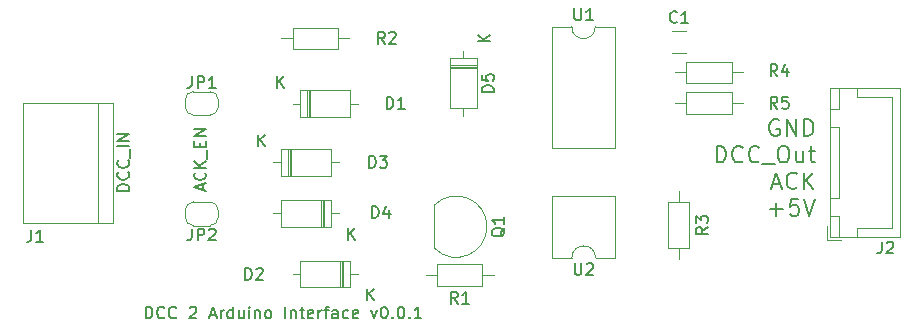
<source format=gbr>
%TF.GenerationSoftware,KiCad,Pcbnew,5.1.6-c6e7f7d~87~ubuntu20.04.1*%
%TF.CreationDate,2020-08-28T13:06:37+02:00*%
%TF.ProjectId,DCC,4443432e-6b69-4636-9164-5f7063625858,rev?*%
%TF.SameCoordinates,Original*%
%TF.FileFunction,Legend,Top*%
%TF.FilePolarity,Positive*%
%FSLAX46Y46*%
G04 Gerber Fmt 4.6, Leading zero omitted, Abs format (unit mm)*
G04 Created by KiCad (PCBNEW 5.1.6-c6e7f7d~87~ubuntu20.04.1) date 2020-08-28 13:06:37*
%MOMM*%
%LPD*%
G01*
G04 APERTURE LIST*
%ADD10C,0.150000*%
%ADD11C,0.120000*%
G04 APERTURE END LIST*
D10*
X60607142Y-98202380D02*
X60607142Y-97202380D01*
X60845238Y-97202380D01*
X60988095Y-97250000D01*
X61083333Y-97345238D01*
X61130952Y-97440476D01*
X61178571Y-97630952D01*
X61178571Y-97773809D01*
X61130952Y-97964285D01*
X61083333Y-98059523D01*
X60988095Y-98154761D01*
X60845238Y-98202380D01*
X60607142Y-98202380D01*
X62178571Y-98107142D02*
X62130952Y-98154761D01*
X61988095Y-98202380D01*
X61892857Y-98202380D01*
X61750000Y-98154761D01*
X61654761Y-98059523D01*
X61607142Y-97964285D01*
X61559523Y-97773809D01*
X61559523Y-97630952D01*
X61607142Y-97440476D01*
X61654761Y-97345238D01*
X61750000Y-97250000D01*
X61892857Y-97202380D01*
X61988095Y-97202380D01*
X62130952Y-97250000D01*
X62178571Y-97297619D01*
X63178571Y-98107142D02*
X63130952Y-98154761D01*
X62988095Y-98202380D01*
X62892857Y-98202380D01*
X62750000Y-98154761D01*
X62654761Y-98059523D01*
X62607142Y-97964285D01*
X62559523Y-97773809D01*
X62559523Y-97630952D01*
X62607142Y-97440476D01*
X62654761Y-97345238D01*
X62750000Y-97250000D01*
X62892857Y-97202380D01*
X62988095Y-97202380D01*
X63130952Y-97250000D01*
X63178571Y-97297619D01*
X64321428Y-97297619D02*
X64369047Y-97250000D01*
X64464285Y-97202380D01*
X64702380Y-97202380D01*
X64797619Y-97250000D01*
X64845238Y-97297619D01*
X64892857Y-97392857D01*
X64892857Y-97488095D01*
X64845238Y-97630952D01*
X64273809Y-98202380D01*
X64892857Y-98202380D01*
X66035714Y-97916666D02*
X66511904Y-97916666D01*
X65940476Y-98202380D02*
X66273809Y-97202380D01*
X66607142Y-98202380D01*
X66940476Y-98202380D02*
X66940476Y-97535714D01*
X66940476Y-97726190D02*
X66988095Y-97630952D01*
X67035714Y-97583333D01*
X67130952Y-97535714D01*
X67226190Y-97535714D01*
X67988095Y-98202380D02*
X67988095Y-97202380D01*
X67988095Y-98154761D02*
X67892857Y-98202380D01*
X67702380Y-98202380D01*
X67607142Y-98154761D01*
X67559523Y-98107142D01*
X67511904Y-98011904D01*
X67511904Y-97726190D01*
X67559523Y-97630952D01*
X67607142Y-97583333D01*
X67702380Y-97535714D01*
X67892857Y-97535714D01*
X67988095Y-97583333D01*
X68892857Y-97535714D02*
X68892857Y-98202380D01*
X68464285Y-97535714D02*
X68464285Y-98059523D01*
X68511904Y-98154761D01*
X68607142Y-98202380D01*
X68750000Y-98202380D01*
X68845238Y-98154761D01*
X68892857Y-98107142D01*
X69369047Y-98202380D02*
X69369047Y-97535714D01*
X69369047Y-97202380D02*
X69321428Y-97250000D01*
X69369047Y-97297619D01*
X69416666Y-97250000D01*
X69369047Y-97202380D01*
X69369047Y-97297619D01*
X69845238Y-97535714D02*
X69845238Y-98202380D01*
X69845238Y-97630952D02*
X69892857Y-97583333D01*
X69988095Y-97535714D01*
X70130952Y-97535714D01*
X70226190Y-97583333D01*
X70273809Y-97678571D01*
X70273809Y-98202380D01*
X70892857Y-98202380D02*
X70797619Y-98154761D01*
X70750000Y-98107142D01*
X70702380Y-98011904D01*
X70702380Y-97726190D01*
X70750000Y-97630952D01*
X70797619Y-97583333D01*
X70892857Y-97535714D01*
X71035714Y-97535714D01*
X71130952Y-97583333D01*
X71178571Y-97630952D01*
X71226190Y-97726190D01*
X71226190Y-98011904D01*
X71178571Y-98107142D01*
X71130952Y-98154761D01*
X71035714Y-98202380D01*
X70892857Y-98202380D01*
X72416666Y-98202380D02*
X72416666Y-97202380D01*
X72892857Y-97535714D02*
X72892857Y-98202380D01*
X72892857Y-97630952D02*
X72940476Y-97583333D01*
X73035714Y-97535714D01*
X73178571Y-97535714D01*
X73273809Y-97583333D01*
X73321428Y-97678571D01*
X73321428Y-98202380D01*
X73654761Y-97535714D02*
X74035714Y-97535714D01*
X73797619Y-97202380D02*
X73797619Y-98059523D01*
X73845238Y-98154761D01*
X73940476Y-98202380D01*
X74035714Y-98202380D01*
X74750000Y-98154761D02*
X74654761Y-98202380D01*
X74464285Y-98202380D01*
X74369047Y-98154761D01*
X74321428Y-98059523D01*
X74321428Y-97678571D01*
X74369047Y-97583333D01*
X74464285Y-97535714D01*
X74654761Y-97535714D01*
X74750000Y-97583333D01*
X74797619Y-97678571D01*
X74797619Y-97773809D01*
X74321428Y-97869047D01*
X75226190Y-98202380D02*
X75226190Y-97535714D01*
X75226190Y-97726190D02*
X75273809Y-97630952D01*
X75321428Y-97583333D01*
X75416666Y-97535714D01*
X75511904Y-97535714D01*
X75702380Y-97535714D02*
X76083333Y-97535714D01*
X75845238Y-98202380D02*
X75845238Y-97345238D01*
X75892857Y-97250000D01*
X75988095Y-97202380D01*
X76083333Y-97202380D01*
X76845238Y-98202380D02*
X76845238Y-97678571D01*
X76797619Y-97583333D01*
X76702380Y-97535714D01*
X76511904Y-97535714D01*
X76416666Y-97583333D01*
X76845238Y-98154761D02*
X76750000Y-98202380D01*
X76511904Y-98202380D01*
X76416666Y-98154761D01*
X76369047Y-98059523D01*
X76369047Y-97964285D01*
X76416666Y-97869047D01*
X76511904Y-97821428D01*
X76750000Y-97821428D01*
X76845238Y-97773809D01*
X77750000Y-98154761D02*
X77654761Y-98202380D01*
X77464285Y-98202380D01*
X77369047Y-98154761D01*
X77321428Y-98107142D01*
X77273809Y-98011904D01*
X77273809Y-97726190D01*
X77321428Y-97630952D01*
X77369047Y-97583333D01*
X77464285Y-97535714D01*
X77654761Y-97535714D01*
X77750000Y-97583333D01*
X78559523Y-98154761D02*
X78464285Y-98202380D01*
X78273809Y-98202380D01*
X78178571Y-98154761D01*
X78130952Y-98059523D01*
X78130952Y-97678571D01*
X78178571Y-97583333D01*
X78273809Y-97535714D01*
X78464285Y-97535714D01*
X78559523Y-97583333D01*
X78607142Y-97678571D01*
X78607142Y-97773809D01*
X78130952Y-97869047D01*
X79702380Y-97535714D02*
X79940476Y-98202380D01*
X80178571Y-97535714D01*
X80750000Y-97202380D02*
X80845238Y-97202380D01*
X80940476Y-97250000D01*
X80988095Y-97297619D01*
X81035714Y-97392857D01*
X81083333Y-97583333D01*
X81083333Y-97821428D01*
X81035714Y-98011904D01*
X80988095Y-98107142D01*
X80940476Y-98154761D01*
X80845238Y-98202380D01*
X80750000Y-98202380D01*
X80654761Y-98154761D01*
X80607142Y-98107142D01*
X80559523Y-98011904D01*
X80511904Y-97821428D01*
X80511904Y-97583333D01*
X80559523Y-97392857D01*
X80607142Y-97297619D01*
X80654761Y-97250000D01*
X80750000Y-97202380D01*
X81511904Y-98107142D02*
X81559523Y-98154761D01*
X81511904Y-98202380D01*
X81464285Y-98154761D01*
X81511904Y-98107142D01*
X81511904Y-98202380D01*
X82178571Y-97202380D02*
X82273809Y-97202380D01*
X82369047Y-97250000D01*
X82416666Y-97297619D01*
X82464285Y-97392857D01*
X82511904Y-97583333D01*
X82511904Y-97821428D01*
X82464285Y-98011904D01*
X82416666Y-98107142D01*
X82369047Y-98154761D01*
X82273809Y-98202380D01*
X82178571Y-98202380D01*
X82083333Y-98154761D01*
X82035714Y-98107142D01*
X81988095Y-98011904D01*
X81940476Y-97821428D01*
X81940476Y-97583333D01*
X81988095Y-97392857D01*
X82035714Y-97297619D01*
X82083333Y-97250000D01*
X82178571Y-97202380D01*
X82940476Y-98107142D02*
X82988095Y-98154761D01*
X82940476Y-98202380D01*
X82892857Y-98154761D01*
X82940476Y-98107142D01*
X82940476Y-98202380D01*
X83940476Y-98202380D02*
X83369047Y-98202380D01*
X83654761Y-98202380D02*
X83654761Y-97202380D01*
X83559523Y-97345238D01*
X83464285Y-97440476D01*
X83369047Y-97488095D01*
X114202500Y-81425000D02*
X114069166Y-81358333D01*
X113869166Y-81358333D01*
X113669166Y-81425000D01*
X113535833Y-81558333D01*
X113469166Y-81691666D01*
X113402500Y-81958333D01*
X113402500Y-82158333D01*
X113469166Y-82425000D01*
X113535833Y-82558333D01*
X113669166Y-82691666D01*
X113869166Y-82758333D01*
X114002500Y-82758333D01*
X114202500Y-82691666D01*
X114269166Y-82625000D01*
X114269166Y-82158333D01*
X114002500Y-82158333D01*
X114869166Y-82758333D02*
X114869166Y-81358333D01*
X115669166Y-82758333D01*
X115669166Y-81358333D01*
X116335833Y-82758333D02*
X116335833Y-81358333D01*
X116669166Y-81358333D01*
X116869166Y-81425000D01*
X117002500Y-81558333D01*
X117069166Y-81691666D01*
X117135833Y-81958333D01*
X117135833Y-82158333D01*
X117069166Y-82425000D01*
X117002500Y-82558333D01*
X116869166Y-82691666D01*
X116669166Y-82758333D01*
X116335833Y-82758333D01*
X108935833Y-85008333D02*
X108935833Y-83608333D01*
X109269166Y-83608333D01*
X109469166Y-83675000D01*
X109602500Y-83808333D01*
X109669166Y-83941666D01*
X109735833Y-84208333D01*
X109735833Y-84408333D01*
X109669166Y-84675000D01*
X109602500Y-84808333D01*
X109469166Y-84941666D01*
X109269166Y-85008333D01*
X108935833Y-85008333D01*
X111135833Y-84875000D02*
X111069166Y-84941666D01*
X110869166Y-85008333D01*
X110735833Y-85008333D01*
X110535833Y-84941666D01*
X110402500Y-84808333D01*
X110335833Y-84675000D01*
X110269166Y-84408333D01*
X110269166Y-84208333D01*
X110335833Y-83941666D01*
X110402500Y-83808333D01*
X110535833Y-83675000D01*
X110735833Y-83608333D01*
X110869166Y-83608333D01*
X111069166Y-83675000D01*
X111135833Y-83741666D01*
X112535833Y-84875000D02*
X112469166Y-84941666D01*
X112269166Y-85008333D01*
X112135833Y-85008333D01*
X111935833Y-84941666D01*
X111802500Y-84808333D01*
X111735833Y-84675000D01*
X111669166Y-84408333D01*
X111669166Y-84208333D01*
X111735833Y-83941666D01*
X111802500Y-83808333D01*
X111935833Y-83675000D01*
X112135833Y-83608333D01*
X112269166Y-83608333D01*
X112469166Y-83675000D01*
X112535833Y-83741666D01*
X112802500Y-85141666D02*
X113869166Y-85141666D01*
X114469166Y-83608333D02*
X114735833Y-83608333D01*
X114869166Y-83675000D01*
X115002500Y-83808333D01*
X115069166Y-84075000D01*
X115069166Y-84541666D01*
X115002500Y-84808333D01*
X114869166Y-84941666D01*
X114735833Y-85008333D01*
X114469166Y-85008333D01*
X114335833Y-84941666D01*
X114202500Y-84808333D01*
X114135833Y-84541666D01*
X114135833Y-84075000D01*
X114202500Y-83808333D01*
X114335833Y-83675000D01*
X114469166Y-83608333D01*
X116269166Y-84075000D02*
X116269166Y-85008333D01*
X115669166Y-84075000D02*
X115669166Y-84808333D01*
X115735833Y-84941666D01*
X115869166Y-85008333D01*
X116069166Y-85008333D01*
X116202500Y-84941666D01*
X116269166Y-84875000D01*
X116735833Y-84075000D02*
X117269166Y-84075000D01*
X116935833Y-83608333D02*
X116935833Y-84808333D01*
X117002500Y-84941666D01*
X117135833Y-85008333D01*
X117269166Y-85008333D01*
X113669166Y-86858333D02*
X114335833Y-86858333D01*
X113535833Y-87258333D02*
X114002500Y-85858333D01*
X114469166Y-87258333D01*
X115735833Y-87125000D02*
X115669166Y-87191666D01*
X115469166Y-87258333D01*
X115335833Y-87258333D01*
X115135833Y-87191666D01*
X115002500Y-87058333D01*
X114935833Y-86925000D01*
X114869166Y-86658333D01*
X114869166Y-86458333D01*
X114935833Y-86191666D01*
X115002500Y-86058333D01*
X115135833Y-85925000D01*
X115335833Y-85858333D01*
X115469166Y-85858333D01*
X115669166Y-85925000D01*
X115735833Y-85991666D01*
X116335833Y-87258333D02*
X116335833Y-85858333D01*
X117135833Y-87258333D02*
X116535833Y-86458333D01*
X117135833Y-85858333D02*
X116335833Y-86658333D01*
X113469166Y-88975000D02*
X114535833Y-88975000D01*
X114002500Y-89508333D02*
X114002500Y-88441666D01*
X115869166Y-88108333D02*
X115202500Y-88108333D01*
X115135833Y-88775000D01*
X115202500Y-88708333D01*
X115335833Y-88641666D01*
X115669166Y-88641666D01*
X115802500Y-88708333D01*
X115869166Y-88775000D01*
X115935833Y-88908333D01*
X115935833Y-89241666D01*
X115869166Y-89375000D01*
X115802500Y-89441666D01*
X115669166Y-89508333D01*
X115335833Y-89508333D01*
X115202500Y-89441666D01*
X115135833Y-89375000D01*
X116335833Y-88108333D02*
X116802500Y-89508333D01*
X117269166Y-88108333D01*
X65416666Y-87345238D02*
X65416666Y-86869047D01*
X65702380Y-87440476D02*
X64702380Y-87107142D01*
X65702380Y-86773809D01*
X65607142Y-85869047D02*
X65654761Y-85916666D01*
X65702380Y-86059523D01*
X65702380Y-86154761D01*
X65654761Y-86297619D01*
X65559523Y-86392857D01*
X65464285Y-86440476D01*
X65273809Y-86488095D01*
X65130952Y-86488095D01*
X64940476Y-86440476D01*
X64845238Y-86392857D01*
X64750000Y-86297619D01*
X64702380Y-86154761D01*
X64702380Y-86059523D01*
X64750000Y-85916666D01*
X64797619Y-85869047D01*
X65702380Y-85440476D02*
X64702380Y-85440476D01*
X65702380Y-84869047D02*
X65130952Y-85297619D01*
X64702380Y-84869047D02*
X65273809Y-85440476D01*
X65797619Y-84678571D02*
X65797619Y-83916666D01*
X65178571Y-83678571D02*
X65178571Y-83345238D01*
X65702380Y-83202380D02*
X65702380Y-83678571D01*
X64702380Y-83678571D01*
X64702380Y-83202380D01*
X65702380Y-82773809D02*
X64702380Y-82773809D01*
X65702380Y-82202380D01*
X64702380Y-82202380D01*
X59202380Y-87404761D02*
X58202380Y-87404761D01*
X58202380Y-87166666D01*
X58250000Y-87023809D01*
X58345238Y-86928571D01*
X58440476Y-86880952D01*
X58630952Y-86833333D01*
X58773809Y-86833333D01*
X58964285Y-86880952D01*
X59059523Y-86928571D01*
X59154761Y-87023809D01*
X59202380Y-87166666D01*
X59202380Y-87404761D01*
X59107142Y-85833333D02*
X59154761Y-85880952D01*
X59202380Y-86023809D01*
X59202380Y-86119047D01*
X59154761Y-86261904D01*
X59059523Y-86357142D01*
X58964285Y-86404761D01*
X58773809Y-86452380D01*
X58630952Y-86452380D01*
X58440476Y-86404761D01*
X58345238Y-86357142D01*
X58250000Y-86261904D01*
X58202380Y-86119047D01*
X58202380Y-86023809D01*
X58250000Y-85880952D01*
X58297619Y-85833333D01*
X59107142Y-84833333D02*
X59154761Y-84880952D01*
X59202380Y-85023809D01*
X59202380Y-85119047D01*
X59154761Y-85261904D01*
X59059523Y-85357142D01*
X58964285Y-85404761D01*
X58773809Y-85452380D01*
X58630952Y-85452380D01*
X58440476Y-85404761D01*
X58345238Y-85357142D01*
X58250000Y-85261904D01*
X58202380Y-85119047D01*
X58202380Y-85023809D01*
X58250000Y-84880952D01*
X58297619Y-84833333D01*
X59297619Y-84642857D02*
X59297619Y-83880952D01*
X59202380Y-83642857D02*
X58202380Y-83642857D01*
X59202380Y-83166666D02*
X58202380Y-83166666D01*
X59202380Y-82595238D01*
X58202380Y-82595238D01*
D11*
%TO.C,U2*%
X98690000Y-93068400D02*
X100340000Y-93068400D01*
X100340000Y-93068400D02*
X100340000Y-87868400D01*
X100340000Y-87868400D02*
X95040000Y-87868400D01*
X95040000Y-87868400D02*
X95040000Y-93068400D01*
X95040000Y-93068400D02*
X96690000Y-93068400D01*
X96690000Y-93068400D02*
G75*
G02*
X98690000Y-93068400I1000000J0D01*
G01*
%TO.C,U1*%
X96670600Y-73517400D02*
X95020600Y-73517400D01*
X95020600Y-73517400D02*
X95020600Y-83797400D01*
X95020600Y-83797400D02*
X100320600Y-83797400D01*
X100320600Y-83797400D02*
X100320600Y-73517400D01*
X100320600Y-73517400D02*
X98670600Y-73517400D01*
X98670600Y-73517400D02*
G75*
G02*
X96670600Y-73517400I-1000000J0D01*
G01*
%TO.C,R5*%
X106390000Y-79080000D02*
X106390000Y-80920000D01*
X106390000Y-80920000D02*
X110230000Y-80920000D01*
X110230000Y-80920000D02*
X110230000Y-79080000D01*
X110230000Y-79080000D02*
X106390000Y-79080000D01*
X105440000Y-80000000D02*
X106390000Y-80000000D01*
X111180000Y-80000000D02*
X110230000Y-80000000D01*
%TO.C,R4*%
X106390000Y-76467400D02*
X106390000Y-78307400D01*
X106390000Y-78307400D02*
X110230000Y-78307400D01*
X110230000Y-78307400D02*
X110230000Y-76467400D01*
X110230000Y-76467400D02*
X106390000Y-76467400D01*
X105440000Y-77387400D02*
X106390000Y-77387400D01*
X111180000Y-77387400D02*
X110230000Y-77387400D01*
%TO.C,R3*%
X106642400Y-88390000D02*
X104802400Y-88390000D01*
X104802400Y-88390000D02*
X104802400Y-92230000D01*
X104802400Y-92230000D02*
X106642400Y-92230000D01*
X106642400Y-92230000D02*
X106642400Y-88390000D01*
X105722400Y-87440000D02*
X105722400Y-88390000D01*
X105722400Y-93180000D02*
X105722400Y-92230000D01*
%TO.C,R2*%
X76883000Y-75420000D02*
X76883000Y-73580000D01*
X76883000Y-73580000D02*
X73043000Y-73580000D01*
X73043000Y-73580000D02*
X73043000Y-75420000D01*
X73043000Y-75420000D02*
X76883000Y-75420000D01*
X77833000Y-74500000D02*
X76883000Y-74500000D01*
X72093000Y-74500000D02*
X73043000Y-74500000D01*
%TO.C,R1*%
X89110000Y-95427000D02*
X89110000Y-93587000D01*
X89110000Y-93587000D02*
X85270000Y-93587000D01*
X85270000Y-93587000D02*
X85270000Y-95427000D01*
X85270000Y-95427000D02*
X89110000Y-95427000D01*
X90060000Y-94507000D02*
X89110000Y-94507000D01*
X84320000Y-94507000D02*
X85270000Y-94507000D01*
%TO.C,Q1*%
X85051000Y-88643000D02*
X85051000Y-92243000D01*
X85062522Y-92281478D02*
G75*
G03*
X89501000Y-90443000I1838478J1838478D01*
G01*
X85062522Y-88604522D02*
G75*
G02*
X89501000Y-90443000I1838478J-1838478D01*
G01*
%TO.C,JP2*%
X66750000Y-89050800D02*
X66750000Y-89650800D01*
X64650000Y-88350800D02*
X66050000Y-88350800D01*
X63950000Y-89650800D02*
X63950000Y-89050800D01*
X66050000Y-90350800D02*
X64650000Y-90350800D01*
X66750000Y-89650800D02*
G75*
G02*
X66050000Y-90350800I-700000J0D01*
G01*
X66050000Y-88350800D02*
G75*
G02*
X66750000Y-89050800I0J-700000D01*
G01*
X63950000Y-89050800D02*
G75*
G02*
X64650000Y-88350800I700000J0D01*
G01*
X64650000Y-90350800D02*
G75*
G02*
X63950000Y-89650800I0J700000D01*
G01*
%TO.C,JP1*%
X66750000Y-79700000D02*
X66750000Y-80300000D01*
X64650000Y-79000000D02*
X66050000Y-79000000D01*
X63950000Y-80300000D02*
X63950000Y-79700000D01*
X66050000Y-81000000D02*
X64650000Y-81000000D01*
X66750000Y-80300000D02*
G75*
G02*
X66050000Y-81000000I-700000J0D01*
G01*
X66050000Y-79000000D02*
G75*
G02*
X66750000Y-79700000I0J-700000D01*
G01*
X63950000Y-79700000D02*
G75*
G02*
X64650000Y-79000000I700000J0D01*
G01*
X64650000Y-81000000D02*
G75*
G02*
X63950000Y-80300000I0J700000D01*
G01*
%TO.C,J2*%
X118540000Y-91310000D02*
X124510000Y-91310000D01*
X124510000Y-91310000D02*
X124510000Y-78690000D01*
X124510000Y-78690000D02*
X118540000Y-78690000D01*
X118540000Y-78690000D02*
X118540000Y-91310000D01*
X118550000Y-88000000D02*
X119300000Y-88000000D01*
X119300000Y-88000000D02*
X119300000Y-82000000D01*
X119300000Y-82000000D02*
X118550000Y-82000000D01*
X118550000Y-82000000D02*
X118550000Y-88000000D01*
X118550000Y-91300000D02*
X119300000Y-91300000D01*
X119300000Y-91300000D02*
X119300000Y-89500000D01*
X119300000Y-89500000D02*
X118550000Y-89500000D01*
X118550000Y-89500000D02*
X118550000Y-91300000D01*
X118550000Y-80500000D02*
X119300000Y-80500000D01*
X119300000Y-80500000D02*
X119300000Y-78700000D01*
X119300000Y-78700000D02*
X118550000Y-78700000D01*
X118550000Y-78700000D02*
X118550000Y-80500000D01*
X120800000Y-91300000D02*
X120800000Y-90550000D01*
X120800000Y-90550000D02*
X123750000Y-90550000D01*
X123750000Y-90550000D02*
X123750000Y-85000000D01*
X120800000Y-78700000D02*
X120800000Y-79450000D01*
X120800000Y-79450000D02*
X123750000Y-79450000D01*
X123750000Y-79450000D02*
X123750000Y-85000000D01*
X118250000Y-90350000D02*
X118250000Y-91600000D01*
X118250000Y-91600000D02*
X119500000Y-91600000D01*
%TO.C,J1*%
X56540000Y-79960000D02*
X56540000Y-90120000D01*
X57810000Y-79960000D02*
X50190000Y-79960000D01*
X50190000Y-79960000D02*
X50190000Y-90120000D01*
X50190000Y-90120000D02*
X57810000Y-90120000D01*
X57810000Y-90120000D02*
X57810000Y-79960000D01*
%TO.C,D5*%
X88620000Y-76190000D02*
X86380000Y-76190000D01*
X86380000Y-76190000D02*
X86380000Y-80430000D01*
X86380000Y-80430000D02*
X88620000Y-80430000D01*
X88620000Y-80430000D02*
X88620000Y-76190000D01*
X87500000Y-75540000D02*
X87500000Y-76190000D01*
X87500000Y-81080000D02*
X87500000Y-80430000D01*
X88620000Y-76910000D02*
X86380000Y-76910000D01*
X88620000Y-77030000D02*
X86380000Y-77030000D01*
X88620000Y-76790000D02*
X86380000Y-76790000D01*
%TO.C,D4*%
X76310000Y-90445400D02*
X76310000Y-88205400D01*
X76310000Y-88205400D02*
X72070000Y-88205400D01*
X72070000Y-88205400D02*
X72070000Y-90445400D01*
X72070000Y-90445400D02*
X76310000Y-90445400D01*
X76960000Y-89325400D02*
X76310000Y-89325400D01*
X71420000Y-89325400D02*
X72070000Y-89325400D01*
X75590000Y-90445400D02*
X75590000Y-88205400D01*
X75470000Y-90445400D02*
X75470000Y-88205400D01*
X75710000Y-90445400D02*
X75710000Y-88205400D01*
%TO.C,D3*%
X72070000Y-83880000D02*
X72070000Y-86120000D01*
X72070000Y-86120000D02*
X76310000Y-86120000D01*
X76310000Y-86120000D02*
X76310000Y-83880000D01*
X76310000Y-83880000D02*
X72070000Y-83880000D01*
X71420000Y-85000000D02*
X72070000Y-85000000D01*
X76960000Y-85000000D02*
X76310000Y-85000000D01*
X72790000Y-83880000D02*
X72790000Y-86120000D01*
X72910000Y-83880000D02*
X72910000Y-86120000D01*
X72670000Y-83880000D02*
X72670000Y-86120000D01*
%TO.C,D2*%
X77930000Y-95550800D02*
X77930000Y-93310800D01*
X77930000Y-93310800D02*
X73690000Y-93310800D01*
X73690000Y-93310800D02*
X73690000Y-95550800D01*
X73690000Y-95550800D02*
X77930000Y-95550800D01*
X78580000Y-94430800D02*
X77930000Y-94430800D01*
X73040000Y-94430800D02*
X73690000Y-94430800D01*
X77210000Y-95550800D02*
X77210000Y-93310800D01*
X77090000Y-95550800D02*
X77090000Y-93310800D01*
X77330000Y-95550800D02*
X77330000Y-93310800D01*
%TO.C,D1*%
X73690000Y-78897800D02*
X73690000Y-81137800D01*
X73690000Y-81137800D02*
X77930000Y-81137800D01*
X77930000Y-81137800D02*
X77930000Y-78897800D01*
X77930000Y-78897800D02*
X73690000Y-78897800D01*
X73040000Y-80017800D02*
X73690000Y-80017800D01*
X78580000Y-80017800D02*
X77930000Y-80017800D01*
X74410000Y-78897800D02*
X74410000Y-81137800D01*
X74530000Y-78897800D02*
X74530000Y-81137800D01*
X74290000Y-78897800D02*
X74290000Y-81137800D01*
%TO.C,C1*%
X105124200Y-73876600D02*
X106382200Y-73876600D01*
X105124200Y-75716600D02*
X106382200Y-75716600D01*
%TO.C,U2*%
D10*
X96928095Y-93520780D02*
X96928095Y-94330304D01*
X96975714Y-94425542D01*
X97023333Y-94473161D01*
X97118571Y-94520780D01*
X97309047Y-94520780D01*
X97404285Y-94473161D01*
X97451904Y-94425542D01*
X97499523Y-94330304D01*
X97499523Y-93520780D01*
X97928095Y-93616019D02*
X97975714Y-93568400D01*
X98070952Y-93520780D01*
X98309047Y-93520780D01*
X98404285Y-93568400D01*
X98451904Y-93616019D01*
X98499523Y-93711257D01*
X98499523Y-93806495D01*
X98451904Y-93949352D01*
X97880476Y-94520780D01*
X98499523Y-94520780D01*
%TO.C,U1*%
X96908695Y-71969780D02*
X96908695Y-72779304D01*
X96956314Y-72874542D01*
X97003933Y-72922161D01*
X97099171Y-72969780D01*
X97289647Y-72969780D01*
X97384885Y-72922161D01*
X97432504Y-72874542D01*
X97480123Y-72779304D01*
X97480123Y-71969780D01*
X98480123Y-72969780D02*
X97908695Y-72969780D01*
X98194409Y-72969780D02*
X98194409Y-71969780D01*
X98099171Y-72112638D01*
X98003933Y-72207876D01*
X97908695Y-72255495D01*
%TO.C,R5*%
X114083333Y-80452380D02*
X113750000Y-79976190D01*
X113511904Y-80452380D02*
X113511904Y-79452380D01*
X113892857Y-79452380D01*
X113988095Y-79500000D01*
X114035714Y-79547619D01*
X114083333Y-79642857D01*
X114083333Y-79785714D01*
X114035714Y-79880952D01*
X113988095Y-79928571D01*
X113892857Y-79976190D01*
X113511904Y-79976190D01*
X114988095Y-79452380D02*
X114511904Y-79452380D01*
X114464285Y-79928571D01*
X114511904Y-79880952D01*
X114607142Y-79833333D01*
X114845238Y-79833333D01*
X114940476Y-79880952D01*
X114988095Y-79928571D01*
X115035714Y-80023809D01*
X115035714Y-80261904D01*
X114988095Y-80357142D01*
X114940476Y-80404761D01*
X114845238Y-80452380D01*
X114607142Y-80452380D01*
X114511904Y-80404761D01*
X114464285Y-80357142D01*
%TO.C,R4*%
X114083333Y-77702380D02*
X113750000Y-77226190D01*
X113511904Y-77702380D02*
X113511904Y-76702380D01*
X113892857Y-76702380D01*
X113988095Y-76750000D01*
X114035714Y-76797619D01*
X114083333Y-76892857D01*
X114083333Y-77035714D01*
X114035714Y-77130952D01*
X113988095Y-77178571D01*
X113892857Y-77226190D01*
X113511904Y-77226190D01*
X114940476Y-77035714D02*
X114940476Y-77702380D01*
X114702380Y-76654761D02*
X114464285Y-77369047D01*
X115083333Y-77369047D01*
%TO.C,R3*%
X108202380Y-90476666D02*
X107726190Y-90810000D01*
X108202380Y-91048095D02*
X107202380Y-91048095D01*
X107202380Y-90667142D01*
X107250000Y-90571904D01*
X107297619Y-90524285D01*
X107392857Y-90476666D01*
X107535714Y-90476666D01*
X107630952Y-90524285D01*
X107678571Y-90571904D01*
X107726190Y-90667142D01*
X107726190Y-91048095D01*
X107202380Y-90143333D02*
X107202380Y-89524285D01*
X107583333Y-89857619D01*
X107583333Y-89714761D01*
X107630952Y-89619523D01*
X107678571Y-89571904D01*
X107773809Y-89524285D01*
X108011904Y-89524285D01*
X108107142Y-89571904D01*
X108154761Y-89619523D01*
X108202380Y-89714761D01*
X108202380Y-90000476D01*
X108154761Y-90095714D01*
X108107142Y-90143333D01*
%TO.C,R2*%
X80833333Y-74952380D02*
X80500000Y-74476190D01*
X80261904Y-74952380D02*
X80261904Y-73952380D01*
X80642857Y-73952380D01*
X80738095Y-74000000D01*
X80785714Y-74047619D01*
X80833333Y-74142857D01*
X80833333Y-74285714D01*
X80785714Y-74380952D01*
X80738095Y-74428571D01*
X80642857Y-74476190D01*
X80261904Y-74476190D01*
X81214285Y-74047619D02*
X81261904Y-74000000D01*
X81357142Y-73952380D01*
X81595238Y-73952380D01*
X81690476Y-74000000D01*
X81738095Y-74047619D01*
X81785714Y-74142857D01*
X81785714Y-74238095D01*
X81738095Y-74380952D01*
X81166666Y-74952380D01*
X81785714Y-74952380D01*
%TO.C,R1*%
X87023333Y-96952380D02*
X86690000Y-96476190D01*
X86451904Y-96952380D02*
X86451904Y-95952380D01*
X86832857Y-95952380D01*
X86928095Y-96000000D01*
X86975714Y-96047619D01*
X87023333Y-96142857D01*
X87023333Y-96285714D01*
X86975714Y-96380952D01*
X86928095Y-96428571D01*
X86832857Y-96476190D01*
X86451904Y-96476190D01*
X87975714Y-96952380D02*
X87404285Y-96952380D01*
X87690000Y-96952380D02*
X87690000Y-95952380D01*
X87594761Y-96095238D01*
X87499523Y-96190476D01*
X87404285Y-96238095D01*
%TO.C,Q1*%
X91008619Y-90538238D02*
X90961000Y-90633476D01*
X90865761Y-90728714D01*
X90722904Y-90871571D01*
X90675285Y-90966809D01*
X90675285Y-91062047D01*
X90913380Y-91014428D02*
X90865761Y-91109666D01*
X90770523Y-91204904D01*
X90580047Y-91252523D01*
X90246714Y-91252523D01*
X90056238Y-91204904D01*
X89961000Y-91109666D01*
X89913380Y-91014428D01*
X89913380Y-90823952D01*
X89961000Y-90728714D01*
X90056238Y-90633476D01*
X90246714Y-90585857D01*
X90580047Y-90585857D01*
X90770523Y-90633476D01*
X90865761Y-90728714D01*
X90913380Y-90823952D01*
X90913380Y-91014428D01*
X90913380Y-89633476D02*
X90913380Y-90204904D01*
X90913380Y-89919190D02*
X89913380Y-89919190D01*
X90056238Y-90014428D01*
X90151476Y-90109666D01*
X90199095Y-90204904D01*
%TO.C,JP2*%
X64516666Y-90603180D02*
X64516666Y-91317466D01*
X64469047Y-91460323D01*
X64373809Y-91555561D01*
X64230952Y-91603180D01*
X64135714Y-91603180D01*
X64992857Y-91603180D02*
X64992857Y-90603180D01*
X65373809Y-90603180D01*
X65469047Y-90650800D01*
X65516666Y-90698419D01*
X65564285Y-90793657D01*
X65564285Y-90936514D01*
X65516666Y-91031752D01*
X65469047Y-91079371D01*
X65373809Y-91126990D01*
X64992857Y-91126990D01*
X65945238Y-90698419D02*
X65992857Y-90650800D01*
X66088095Y-90603180D01*
X66326190Y-90603180D01*
X66421428Y-90650800D01*
X66469047Y-90698419D01*
X66516666Y-90793657D01*
X66516666Y-90888895D01*
X66469047Y-91031752D01*
X65897619Y-91603180D01*
X66516666Y-91603180D01*
%TO.C,JP1*%
X64516666Y-77702380D02*
X64516666Y-78416666D01*
X64469047Y-78559523D01*
X64373809Y-78654761D01*
X64230952Y-78702380D01*
X64135714Y-78702380D01*
X64992857Y-78702380D02*
X64992857Y-77702380D01*
X65373809Y-77702380D01*
X65469047Y-77750000D01*
X65516666Y-77797619D01*
X65564285Y-77892857D01*
X65564285Y-78035714D01*
X65516666Y-78130952D01*
X65469047Y-78178571D01*
X65373809Y-78226190D01*
X64992857Y-78226190D01*
X66516666Y-78702380D02*
X65945238Y-78702380D01*
X66230952Y-78702380D02*
X66230952Y-77702380D01*
X66135714Y-77845238D01*
X66040476Y-77940476D01*
X65945238Y-77988095D01*
%TO.C,J2*%
X122916666Y-91702380D02*
X122916666Y-92416666D01*
X122869047Y-92559523D01*
X122773809Y-92654761D01*
X122630952Y-92702380D01*
X122535714Y-92702380D01*
X123345238Y-91797619D02*
X123392857Y-91750000D01*
X123488095Y-91702380D01*
X123726190Y-91702380D01*
X123821428Y-91750000D01*
X123869047Y-91797619D01*
X123916666Y-91892857D01*
X123916666Y-91988095D01*
X123869047Y-92130952D01*
X123297619Y-92702380D01*
X123916666Y-92702380D01*
%TO.C,J1*%
X50916666Y-90702380D02*
X50916666Y-91416666D01*
X50869047Y-91559523D01*
X50773809Y-91654761D01*
X50630952Y-91702380D01*
X50535714Y-91702380D01*
X51916666Y-91702380D02*
X51345238Y-91702380D01*
X51630952Y-91702380D02*
X51630952Y-90702380D01*
X51535714Y-90845238D01*
X51440476Y-90940476D01*
X51345238Y-90988095D01*
%TO.C,D5*%
X90072380Y-79048095D02*
X89072380Y-79048095D01*
X89072380Y-78810000D01*
X89120000Y-78667142D01*
X89215238Y-78571904D01*
X89310476Y-78524285D01*
X89500952Y-78476666D01*
X89643809Y-78476666D01*
X89834285Y-78524285D01*
X89929523Y-78571904D01*
X90024761Y-78667142D01*
X90072380Y-78810000D01*
X90072380Y-79048095D01*
X89072380Y-77571904D02*
X89072380Y-78048095D01*
X89548571Y-78095714D01*
X89500952Y-78048095D01*
X89453333Y-77952857D01*
X89453333Y-77714761D01*
X89500952Y-77619523D01*
X89548571Y-77571904D01*
X89643809Y-77524285D01*
X89881904Y-77524285D01*
X89977142Y-77571904D01*
X90024761Y-77619523D01*
X90072380Y-77714761D01*
X90072380Y-77952857D01*
X90024761Y-78048095D01*
X89977142Y-78095714D01*
X89752380Y-74761904D02*
X88752380Y-74761904D01*
X89752380Y-74190476D02*
X89180952Y-74619047D01*
X88752380Y-74190476D02*
X89323809Y-74761904D01*
%TO.C,D4*%
X79761904Y-89702380D02*
X79761904Y-88702380D01*
X80000000Y-88702380D01*
X80142857Y-88750000D01*
X80238095Y-88845238D01*
X80285714Y-88940476D01*
X80333333Y-89130952D01*
X80333333Y-89273809D01*
X80285714Y-89464285D01*
X80238095Y-89559523D01*
X80142857Y-89654761D01*
X80000000Y-89702380D01*
X79761904Y-89702380D01*
X81190476Y-89035714D02*
X81190476Y-89702380D01*
X80952380Y-88654761D02*
X80714285Y-89369047D01*
X81333333Y-89369047D01*
X77738095Y-91577780D02*
X77738095Y-90577780D01*
X78309523Y-91577780D02*
X77880952Y-91006352D01*
X78309523Y-90577780D02*
X77738095Y-91149209D01*
%TO.C,D3*%
X79511904Y-85452380D02*
X79511904Y-84452380D01*
X79750000Y-84452380D01*
X79892857Y-84500000D01*
X79988095Y-84595238D01*
X80035714Y-84690476D01*
X80083333Y-84880952D01*
X80083333Y-85023809D01*
X80035714Y-85214285D01*
X79988095Y-85309523D01*
X79892857Y-85404761D01*
X79750000Y-85452380D01*
X79511904Y-85452380D01*
X80416666Y-84452380D02*
X81035714Y-84452380D01*
X80702380Y-84833333D01*
X80845238Y-84833333D01*
X80940476Y-84880952D01*
X80988095Y-84928571D01*
X81035714Y-85023809D01*
X81035714Y-85261904D01*
X80988095Y-85357142D01*
X80940476Y-85404761D01*
X80845238Y-85452380D01*
X80559523Y-85452380D01*
X80464285Y-85404761D01*
X80416666Y-85357142D01*
X70118095Y-83652380D02*
X70118095Y-82652380D01*
X70689523Y-83652380D02*
X70260952Y-83080952D01*
X70689523Y-82652380D02*
X70118095Y-83223809D01*
%TO.C,D2*%
X69011904Y-94952380D02*
X69011904Y-93952380D01*
X69250000Y-93952380D01*
X69392857Y-94000000D01*
X69488095Y-94095238D01*
X69535714Y-94190476D01*
X69583333Y-94380952D01*
X69583333Y-94523809D01*
X69535714Y-94714285D01*
X69488095Y-94809523D01*
X69392857Y-94904761D01*
X69250000Y-94952380D01*
X69011904Y-94952380D01*
X69964285Y-94047619D02*
X70011904Y-94000000D01*
X70107142Y-93952380D01*
X70345238Y-93952380D01*
X70440476Y-94000000D01*
X70488095Y-94047619D01*
X70535714Y-94142857D01*
X70535714Y-94238095D01*
X70488095Y-94380952D01*
X69916666Y-94952380D01*
X70535714Y-94952380D01*
X79358095Y-96683180D02*
X79358095Y-95683180D01*
X79929523Y-96683180D02*
X79500952Y-96111752D01*
X79929523Y-95683180D02*
X79358095Y-96254609D01*
%TO.C,D1*%
X81011904Y-80452380D02*
X81011904Y-79452380D01*
X81250000Y-79452380D01*
X81392857Y-79500000D01*
X81488095Y-79595238D01*
X81535714Y-79690476D01*
X81583333Y-79880952D01*
X81583333Y-80023809D01*
X81535714Y-80214285D01*
X81488095Y-80309523D01*
X81392857Y-80404761D01*
X81250000Y-80452380D01*
X81011904Y-80452380D01*
X82535714Y-80452380D02*
X81964285Y-80452380D01*
X82250000Y-80452380D02*
X82250000Y-79452380D01*
X82154761Y-79595238D01*
X82059523Y-79690476D01*
X81964285Y-79738095D01*
X71738095Y-78670180D02*
X71738095Y-77670180D01*
X72309523Y-78670180D02*
X71880952Y-78098752D01*
X72309523Y-77670180D02*
X71738095Y-78241609D01*
%TO.C,C1*%
X105586533Y-73103742D02*
X105538914Y-73151361D01*
X105396057Y-73198980D01*
X105300819Y-73198980D01*
X105157961Y-73151361D01*
X105062723Y-73056123D01*
X105015104Y-72960885D01*
X104967485Y-72770409D01*
X104967485Y-72627552D01*
X105015104Y-72437076D01*
X105062723Y-72341838D01*
X105157961Y-72246600D01*
X105300819Y-72198980D01*
X105396057Y-72198980D01*
X105538914Y-72246600D01*
X105586533Y-72294219D01*
X106538914Y-73198980D02*
X105967485Y-73198980D01*
X106253200Y-73198980D02*
X106253200Y-72198980D01*
X106157961Y-72341838D01*
X106062723Y-72437076D01*
X105967485Y-72484695D01*
%TD*%
M02*

</source>
